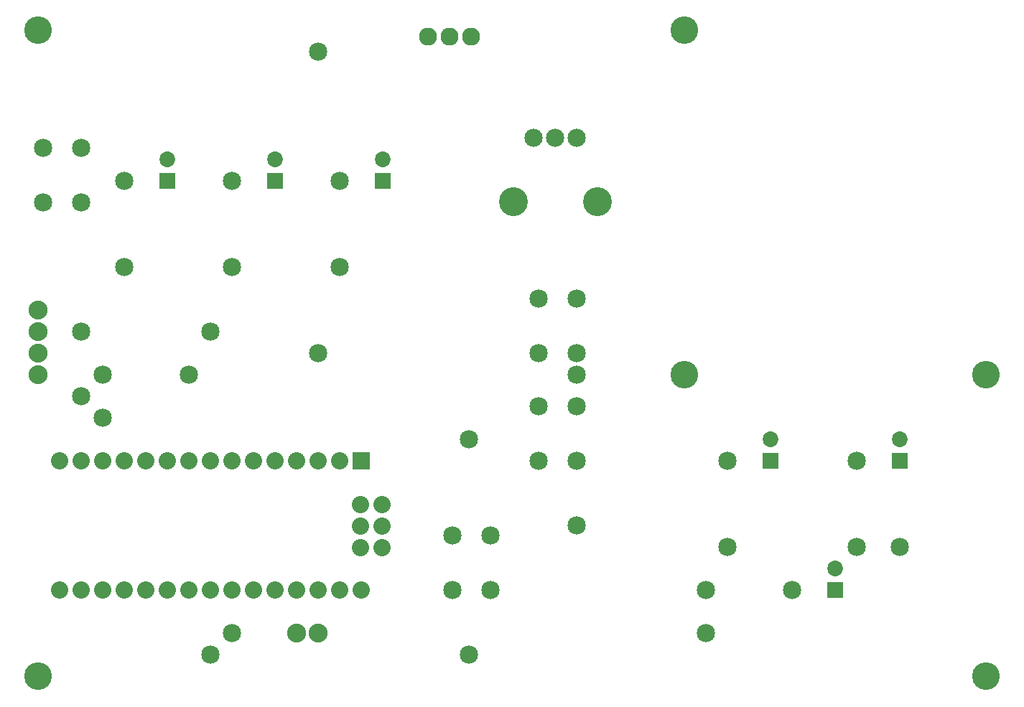
<source format=gbs>
G04 MADE WITH FRITZING*
G04 WWW.FRITZING.ORG*
G04 DOUBLE SIDED*
G04 HOLES PLATED*
G04 CONTOUR ON CENTER OF CONTOUR VECTOR*
%ASAXBY*%
%FSLAX23Y23*%
%MOIN*%
%OFA0B0*%
%SFA1.0B1.0*%
%ADD10C,0.085000*%
%ADD11C,0.080000*%
%ADD12C,0.088000*%
%ADD13C,0.072992*%
%ADD14C,0.084667*%
%ADD15C,0.084695*%
%ADD16C,0.134033*%
%ADD17C,0.128110*%
%ADD18C,0.083749*%
%ADD19R,0.080000X0.079958*%
%ADD20R,0.072992X0.072992*%
%LNMASK0*%
G90*
G70*
G54D10*
X669Y1473D03*
X3469Y473D03*
X1269Y473D03*
X2869Y1673D03*
X1169Y373D03*
X2869Y973D03*
X669Y1673D03*
X1069Y1673D03*
X569Y1873D03*
X1169Y1873D03*
X569Y1573D03*
X4369Y873D03*
X1669Y3173D03*
X1669Y1773D03*
X2369Y1373D03*
X2369Y373D03*
G54D11*
X1869Y1273D03*
X1769Y1273D03*
X1669Y1273D03*
X1569Y1273D03*
X1469Y1273D03*
X1369Y1273D03*
X1269Y1273D03*
X1169Y1273D03*
X1069Y1273D03*
X969Y1273D03*
X869Y1273D03*
X769Y1273D03*
X669Y1273D03*
X569Y1273D03*
X469Y1273D03*
X1869Y673D03*
X1769Y673D03*
X1669Y673D03*
X1569Y673D03*
X1469Y673D03*
X1369Y673D03*
X1269Y673D03*
X1169Y673D03*
X1069Y673D03*
X969Y673D03*
X869Y673D03*
X769Y673D03*
X669Y673D03*
X569Y673D03*
X469Y673D03*
X1965Y1072D03*
X1865Y1072D03*
X1965Y972D03*
X1865Y972D03*
X1965Y872D03*
X1865Y872D03*
G54D12*
X1569Y473D03*
X1669Y473D03*
X369Y1973D03*
X369Y1873D03*
X369Y1773D03*
X369Y1673D03*
G54D13*
X4069Y674D03*
X4069Y773D03*
X969Y2574D03*
X969Y2673D03*
X1469Y2574D03*
X1469Y2673D03*
X1969Y2574D03*
X1969Y2673D03*
X4369Y1274D03*
X4369Y1373D03*
X3769Y1274D03*
X3769Y1373D03*
G54D10*
X3469Y673D03*
X3869Y673D03*
X769Y2173D03*
X769Y2573D03*
X1269Y2173D03*
X1269Y2573D03*
X1769Y2173D03*
X1769Y2573D03*
X4169Y873D03*
X4169Y1273D03*
X3569Y873D03*
X3569Y1273D03*
G54D14*
X2869Y2773D03*
X2769Y2773D03*
G54D15*
X2669Y2773D03*
G54D16*
X2964Y2477D03*
X2575Y2477D03*
G54D10*
X2292Y673D03*
X2292Y929D03*
X2469Y673D03*
X2469Y929D03*
X2692Y1773D03*
X2692Y2029D03*
X2869Y1773D03*
X2869Y2029D03*
X392Y2473D03*
X392Y2729D03*
X569Y2473D03*
X569Y2729D03*
X2692Y1273D03*
X2692Y1529D03*
X2869Y1273D03*
X2869Y1529D03*
G54D17*
X3369Y3273D03*
X3369Y1673D03*
X4769Y1673D03*
X4769Y273D03*
X369Y273D03*
X369Y3273D03*
G54D18*
X2178Y3245D03*
X2278Y3245D03*
X2378Y3245D03*
G54D19*
X1869Y1273D03*
G54D20*
X4069Y674D03*
X969Y2574D03*
X1469Y2574D03*
X1969Y2574D03*
X4369Y1274D03*
X3769Y1274D03*
G04 End of Mask0*
M02*
</source>
